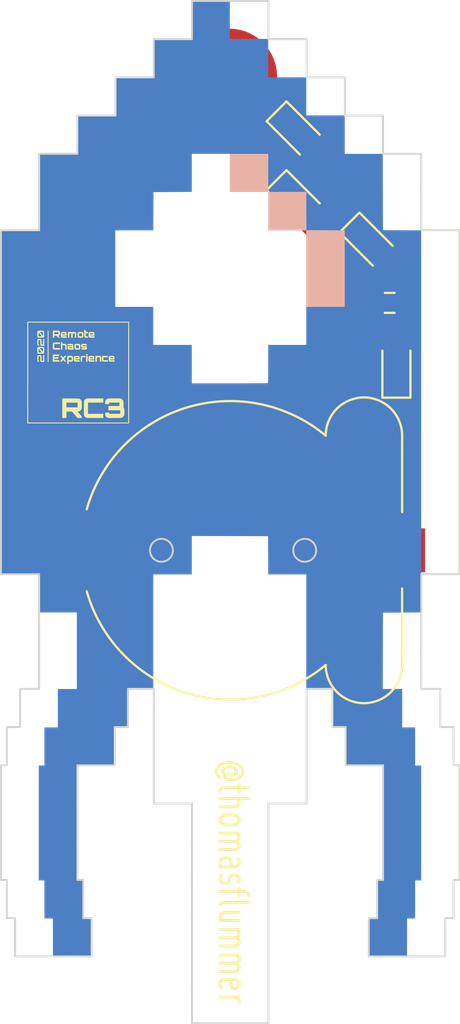
<source format=kicad_pcb>
(kicad_pcb (version 20201116) (generator pcbnew)
  (layers (0 "F.Cu" signal) (31 "B.Cu" signal) (34 "B.Paste" user) (35 "F.Paste" user) (36 "B.SilkS" user "B.Silkscreen") (37 "F.SilkS" user "F.Silkscreen") (38 "B.Mask" user) (39 "F.Mask" user) (44 "Edge.Cuts" user))
  (net 0 "")
  (net 1 "GND")
  (net 2 "VCC")
  (net 3 "Net-(D1-Pad2)")
  (footprint "LED_SMD:LED_0603_1608Metric_Pad1.05x0.95mm_HandSolder" (layer "F.Cu") (at 98.7 87.35 90)
    (fp_text reference "D3" hide)
    (fp_text value "LED")
    (pad "1" smd roundrect (at -0.875 0 90) (size 1.05 0.95) (layers "F.Cu" "F.Paste" "F.Mask") (net 1 "GND"))
    (pad "2" smd roundrect (at 0.875 0 90) (size 1.05 0.95) (layers "F.Cu" "F.Paste" "F.Mask") (net 3 "Net-(D1-Pad2)"))
  )
  (footprint "LOGO" (layer "F.Cu") (at 82.05 87.7)
    (fp_text reference "G***" hide)
    (fp_text value "LOGO" hide)
  )
  (footprint "LED_SMD:LED_0603_1608Metric_Pad1.05x0.95mm_HandSolder" (layer "F.Cu") (at 93.6 75.2 -45)
    (fp_text reference "D1" hide)
    (fp_text value "LED")
    (pad "1" smd roundrect (at -0.875 0 315) (size 1.05 0.95) (layers "F.Cu" "F.Paste" "F.Mask") (net 1 "GND"))
    (pad "2" smd roundrect (at 0.875 0 315) (size 1.05 0.95) (layers "F.Cu" "F.Paste" "F.Mask") (net 3 "Net-(D1-Pad2)"))
  )
  (footprint "Resistor_SMD:R_0603_1608Metric_Pad0.98x0.95mm_HandSolder" (layer "F.Cu") (at 98.35 84.05 180)
    (fp_text reference "R1" hide)
    (fp_text value "R")
    (pad "1" smd roundrect (at -0.9125 0 180) (size 0.975 0.95) (layers "F.Cu" "F.Paste" "F.Mask") (net 2 "VCC"))
    (pad "2" smd roundrect (at 0.9125 0 180) (size 0.975 0.95) (layers "F.Cu" "F.Paste" "F.Mask") (net 3 "Net-(D1-Pad2)"))
  )
  (footprint "Power:CR1220-2" (layer "F.Cu") (at 90 97 90)
    (fp_text reference "BT1" hide)
    (fp_text value "Battery_Cell")
    (fp_circle (center 0 -3.6) (end 0.6 -3.6) (layer "Edge.Cuts") (width 0.1) (fill none))
    (fp_circle (center 0 3.9) (end 0.6 3.9) (layer "Edge.Cuts") (width 0.1) (fill none))
    (pad "1" smd rect (at 0 8 90) (size 2.3 4.4) (layers "F.Cu" "F.Paste" "F.Mask") (net 2 "VCC"))
    (pad "2" smd rect (at 0 -8 90) (size 2.3 4) (layers "F.Cu" "F.Paste" "F.Mask") (net 1 "GND"))
  )
  (footprint "Connectors:SMD_Proto_pad" (layer "F.Cu") (at 89.95 72.2)
    (fp_text reference "REF**" hide)
    (fp_text value "SMD Proto pad" hide)
    (pad "1" smd circle (at 0 0) (size 5 5) (layers "F.Cu" "F.Mask"))
  )
  (footprint "LED_SMD:LED_0603_1608Metric_Pad1.05x0.95mm_HandSolder" (layer "F.Cu") (at 97.418718 81.018718 -45)
    (fp_text reference "D2" hide)
    (fp_text value "LED")
    (pad "1" smd roundrect (at -0.875 0 315) (size 1.05 0.95) (layers "F.Cu" "F.Paste" "F.Mask") (net 1 "GND"))
    (pad "2" smd roundrect (at 0.875 0 315) (size 1.05 0.95) (layers "F.Cu" "F.Paste" "F.Mask") (net 3 "Net-(D1-Pad2)"))
  )
  (footprint "LED_SMD:LED_0603_1608Metric_Pad1.05x0.95mm_HandSolder" (layer "F.Cu") (at 93.6 78.8 -45)
    (fp_text reference "D4" hide)
    (fp_text value "LED")
    (pad "1" smd roundrect (at -0.875 0 315) (size 1.05 0.95) (layers "F.Cu" "F.Paste" "F.Mask") (net 1 "GND"))
    (pad "2" smd roundrect (at 0.875 0 315) (size 1.05 0.95) (layers "F.Cu" "F.Paste" "F.Mask") (net 3 "Net-(D1-Pad2)"))
  )
  (footprint "LOGO" (layer "B.Cu") (at 90 95 180)
    (fp_text reference "G***" hide)
    (fp_text value "LOGO" hide)
    (fp_poly (pts (xy 2.012511 24.76447) (xy 4.025021 24.76447) (xy 4.025021 22.75196) (xy 6.016347 22.75196) (xy 6.016347 20.760634) (xy 8.028857 20.760634) (xy 8.028857 18.748123) (xy 10.019967 18.748123) (xy 10.025372 16.751501) (xy 10.030776 14.754879) (xy 11.031735 14.749375) (xy 12.032694 14.743872) (xy 12.032694 -3.262386) (xy 10.020184 -3.262386) (xy 10.020184 -5.253712) (xy 8.028857 -5.253712) (xy 8.028857 -9.257548) (xy 9.024521 -9.257548) (xy 9.024521 -11.270059) (xy 9.723603 -11.270059) (xy 9.723603 -13.261385) (xy 10.020184 -13.261385) (xy 10.020184 -19.277732) (xy 9.723603 -19.277732) (xy 9.723603 -21.269058) (xy 9.278732 -21.269058) (xy 9.278732 -23.281568) (xy 7.287406 -23.281568) (xy 7.287406 -21.269058) (xy 7.711093 -21.269058) (xy 7.711093 -19.279588) (xy 8.018265 -19.26714) (xy 8.018265 -13.271977) (xy 7.038491 -13.266469) (xy 6.058716 -13.260962) (xy 6.058716 -11.270059) (xy 5.381232 -11.270059) (xy 5.375729 -10.2691) (xy 5.370225 -9.26814) (xy 4.697623 -9.262547) (xy 4.025021 -9.256953) (xy 4.025021 -3.262386) (xy 2.012511 -3.262386) (xy 2.012511 -1.249659) (xy 0.015888 -1.255063) (xy -1.980734 -1.260467) (xy -1.986237 -2.261427) (xy -1.991741 -3.262386) (xy -3.982652 -3.262386) (xy -3.982652 -9.257548) (xy -5.338449 -9.257548) (xy -5.338449 -11.270059) (xy -6.037531 -11.270059) (xy -6.037531 -13.261385) (xy -7.986489 -13.261385) (xy -7.986489 -19.277732) (xy -7.689908 -19.277732) (xy -7.689908 -21.269058) (xy -7.245037 -21.269058) (xy -7.245037 -23.281568) (xy -9.257548 -23.281568) (xy -9.257548 -21.269058) (xy -9.681234 -21.269058) (xy -9.681234 -19.277732) (xy -9.998999 -19.277732) (xy -9.998999 -13.261385) (xy -9.681234 -13.261385) (xy -9.681234 -11.270059) (xy -9.003336 -11.270059) (xy -9.003336 -9.257548) (xy -7.986273 -9.257548) (xy -7.997081 -5.264304) (xy -8.99804 -5.2588) (xy -9.998999 -5.253297) (xy -9.998999 14.743872) (xy -9.923514 14.744287) (xy -3.982652 14.744287) (xy -3.982652 8.749124) (xy -1.991326 8.749124) (xy -1.991326 7.756992) (xy -1.991033 7.555912) (xy -1.990195 7.367896) (xy -1.98887 7.197166) (xy -1.987118 7.047947) (xy -1.984998 6.924461) (xy -1.982569 6.830932) (xy -1.979891 6.771582) (xy -1.977203 6.750736) (xy -1.954439 6.748701) (xy -1.892263 6.746754) (xy -1.793629 6.744916) (xy -1.661493 6.743207) (xy -1.498812 6.741648) (xy -1.308541 6.740261) (xy -1.093635 6.739065) (xy -0.85705 6.738083) (xy -0.601742 6.737335) (xy -0.330667 6.736841) (xy -0.04678 6.736623) (xy 0.024715 6.736614) (xy 2.012511 6.736614) (xy 2.012511 8.749124) (xy 4.025021 8.749124) (xy 4.025021 10.74045) (xy 6.016347 10.74045) (xy 6.016347 14.744287) (xy 4.025436 14.744287) (xy 4.019932 15.745246) (xy 4.014429 16.746205) (xy 3.01347 16.751708) (xy 2.012511 16.757212) (xy 2.012511 18.748123) (xy 0.021184 18.748123) (xy 0.021184 16.756797) (xy -1.991326 16.756797) (xy -1.991326 14.744287) (xy -3.982652 14.744287) (xy -9.923514 14.744287) (xy -8.99804 14.749375) (xy -7.997081 14.754879) (xy -7.986273 18.748123) (xy -5.995163 18.748123) (xy -5.995163 20.760634) (xy -3.982652 20.760634) (xy -3.982652 22.75196) (xy -1.991326 22.75196) (xy -1.991326 24.76447) (xy 0.021184 24.76447) (xy 0.021184 26.755796) (xy 2.012511 26.755796)) (layer "B.Cu") (width 0) (fill solid))
  )
  (footprint "LOGO" (layer "B.Cu") (at 90 95 180)
    (fp_text reference "G***" hide)
    (fp_text value "LOGO" hide)
  )
  (footprint "LOGO" (layer "B.Cu") (at 90 95 180)
    (fp_text reference "G***" hide)
    (fp_text value "LOGO" hide)
  )
  (gr_line (start 93.999993 108.25001) (end 93.999993 106.250003) (layer "Edge.Cuts") (width 0.1))
  (gr_line (start 93.999993 70.250004) (end 91.999986 70.250004) (layer "Edge.Cuts") (width 0.1))
  (gr_line (start 96.0461 106.250003) (end 96.0461 108.25001) (layer "Edge.Cuts") (width 0.1))
  (gr_line (start 78.000001 94.250003) (end 78.000001 96.25001) (layer "Edge.Cuts") (width 0.1))
  (gr_line (start 99.999993 102.25001) (end 99.999993 100.250003) (layer "Edge.Cuts") (width 0.1))
  (gr_line (start 102 94.250003) (end 102 92.249996) (layer "Edge.Cuts") (width 0.1))
  (gr_line (start 81.999993 110.249996) (end 81.999993 108.25001) (layer "Edge.Cuts") (width 0.1))
  (gr_line (start 97.999986 112.250003) (end 97.999986 114.25001) (layer "Edge.Cuts") (width 0.1))
  (gr_line (start 81.999993 76.250004) (end 79.999986 76.250004) (layer "Edge.Cuts") (width 0.1))
  (gr_line (start 102 98.249996) (end 102 96.25001) (layer "Edge.Cuts") (width 0.1))
  (gr_line (start 85.999986 108.25001) (end 85.999986 110.249996) (layer "Edge.Cuts") (width 0.1))
  (gr_line (start 85.999986 70.250004) (end 85.999986 72.250011) (layer "Edge.Cuts") (width 0.1))
  (gr_line (start 101.693322 116.249995) (end 101.693322 114.25001) (layer "Edge.Cuts") (width 0.1))
  (gr_line (start 78.306657 116.249995) (end 78.742225 116.249995) (layer "Edge.Cuts") (width 0.1))
  (gr_line (start 101.693322 108.25001) (end 101.693322 106.250003) (layer "Edge.Cuts") (width 0.1))
  (gr_line (start 102 92.249996) (end 102 90.25001) (layer "Edge.Cuts") (width 0.1))
  (gr_line (start 101.257776 118.250003) (end 101.257776 116.249995) (layer "Edge.Cuts") (width 0.1))
  (gr_line (start 79.999986 102.25001) (end 79.999986 104.249996) (layer "Edge.Cuts") (width 0.1))
  (gr_line (start 102 80.249996) (end 99.999993 80.249996) (layer "Edge.Cuts") (width 0.1))
  (gr_line (start 96 72.250011) (end 93.999993 72.250011) (layer "Edge.Cuts") (width 0.1))
  (gr_line (start 96.0461 108.25001) (end 97.693329 108.25001) (layer "Edge.Cuts") (width 0.1))
  (gr_line (start 97.693329 114.25001) (end 97.693329 116.249995) (layer "Edge.Cuts") (width 0.1))
  (gr_line (start 91.999986 119.749997) (end 91.999986 118.250003) (layer "Edge.Cuts") (width 0.1))
  (gr_line (start 84.647205 106.250003) (end 84.647205 104.249996) (layer "Edge.Cuts") (width 0.1))
  (gr_line (start 99.999993 100.250003) (end 99.999993 98.249996) (layer "Edge.Cuts") (width 0.1))
  (gr_line (start 79.999986 100.250003) (end 79.999986 102.25001) (layer "Edge.Cuts") (width 0.1))
  (gr_line (start 91.999986 110.249996) (end 93.999993 110.249996) (layer "Edge.Cuts") (width 0.1))
  (gr_line (start 78.000001 96.25001) (end 78.000001 98.249996) (layer "Edge.Cuts") (width 0.1))
  (gr_line (start 85.999986 104.249996) (end 85.999986 106.250003) (layer "Edge.Cuts") (width 0.1))
  (gr_line (start 82.742218 118.250003) (end 82.742218 116.249995) (layer "Edge.Cuts") (width 0.1))
  (gr_line (start 87.999993 118.250003) (end 87.999993 119.749997) (layer "Edge.Cuts") (width 0.1))
  (gr_line (start 78.000001 92.249996) (end 78.000001 94.250003) (layer "Edge.Cuts") (width 0.1))
  (gr_line (start 90 121.750004) (end 91.999986 121.750004) (layer "Edge.Cuts") (width 0.1))
  (gr_line (start 87.999993 70.250004) (end 85.999986 70.250004) (layer "Edge.Cuts") (width 0.1))
  (gr_line (start 102 84.250011) (end 102 82.250004) (layer "Edge.Cuts") (width 0.1))
  (gr_line (start 78.000001 108.25001) (end 78.000001 110.249996) (layer "Edge.Cuts") (width 0.1))
  (gr_line (start 82.30665 116.249995) (end 82.30665 114.25001) (layer "Edge.Cuts") (width 0.1))
  (gr_line (start 96 74.249997) (end 96 72.250011) (layer "Edge.Cuts") (width 0.1))
  (gr_line (start 78.742225 116.249995) (end 78.742225 118.250003) (layer "Edge.Cuts") (width 0.1))
  (gr_line (start 82.30665 108.25001) (end 83.953879 108.25001) (layer "Edge.Cuts") (width 0.1))
  (gr_line (start 79.999986 104.249996) (end 78.999983 104.249996) (layer "Edge.Cuts") (width 0.1))
  (gr_line (start 99.999993 76.250004) (end 97.999986 76.250004) (layer "Edge.Cuts") (width 0.1))
  (gr_line (start 78.000001 110.249996) (end 78.000001 112.250003) (layer "Edge.Cuts") (width 0.1))
  (gr_line (start 97.999986 108.25001) (end 97.999986 110.249996) (layer "Edge.Cuts") (width 0.1))
  (gr_line (start 87.999993 114.25001) (end 87.999993 116.249995) (layer "Edge.Cuts") (width 0.1))
  (gr_line (start 99.999993 98.249996) (end 102 98.249996) (layer "Edge.Cuts") (width 0.1))
  (gr_line (start 85.999986 110.249996) (end 87.999993 110.249996) (layer "Edge.Cuts") (width 0.1))
  (gr_line (start 93.999993 104.249996) (end 95.352774 104.249996) (layer "Edge.Cuts") (width 0.1))
  (gr_line (start 79.999986 98.249996) (end 79.999986 100.250003) (layer "Edge.Cuts") (width 0.1))
  (gr_line (start 85.999986 106.250003) (end 85.999986 108.25001) (layer "Edge.Cuts") (width 0.1))
  (gr_line (start 79.999986 80.249996) (end 78.000001 80.249996) (layer "Edge.Cuts") (width 0.1))
  (gr_line (start 79.999986 76.250004) (end 79.999986 78.250011) (layer "Edge.Cuts") (width 0.1))
  (gr_line (start 78.000001 90.25001) (end 78.000001 92.249996) (layer "Edge.Cuts") (width 0.1))
  (gr_line (start 79.999986 78.250011) (end 79.999986 80.249996) (layer "Edge.Cuts") (width 0.1))
  (gr_line (start 102 112.250003) (end 102 110.249996) (layer "Edge.Cuts") (width 0.1))
  (gr_line (start 87.999993 120.25001) (end 87.999993 121.750004) (layer "Edge.Cuts") (width 0.1))
  (gr_line (start 99.999993 80.249996) (end 99.999993 78.250011) (layer "Edge.Cuts") (width 0.1))
  (gr_line (start 78.000001 114.25001) (end 78.306657 114.25001) (layer "Edge.Cuts") (width 0.1))
  (gr_line (start 78.306657 114.25001) (end 78.306657 116.249995) (layer "Edge.Cuts") (width 0.1))
  (gr_line (start 101.693322 114.25001) (end 102 114.25001) (layer "Edge.Cuts") (width 0.1))
  (gr_line (start 93.999993 110.249996) (end 93.999993 108.25001) (layer "Edge.Cuts") (width 0.1))
  (gr_line (start 84 72.250011) (end 84 74.249997) (layer "Edge.Cuts") (width 0.1))
  (gr_line (start 78.999983 104.249996) (end 78.999983 106.250003) (layer "Edge.Cuts") (width 0.1))
  (gr_line (start 91.999986 112.250003) (end 91.999986 110.249996) (layer "Edge.Cuts") (width 0.1))
  (gr_line (start 93.999993 106.250003) (end 93.999993 104.249996) (layer "Edge.Cuts") (width 0.1))
  (gr_line (start 97.999986 114.25001) (end 97.693329 114.25001) (layer "Edge.Cuts") (width 0.1))
  (gr_line (start 84 74.249997) (end 81.999993 74.249997) (layer "Edge.Cuts") (width 0.1))
  (gr_line (start 78.000001 88.250003) (end 78.000001 90.25001) (layer "Edge.Cuts") (width 0.1))
  (gr_line (start 102 114.25001) (end 102 112.250003) (layer "Edge.Cuts") (width 0.1))
  (gr_line (start 95.352774 104.249996) (end 95.352774 106.250003) (layer "Edge.Cuts") (width 0.1))
  (gr_line (start 91.999986 70.250004) (end 91.999986 68.249997) (layer "Edge.Cuts") (width 0.1))
  (gr_line (start 91.999986 116.249995) (end 91.999986 114.25001) (layer "Edge.Cuts") (width 0.1))
  (gr_line (start 81.999993 74.249997) (end 81.999993 76.250004) (layer "Edge.Cuts") (width 0.1))
  (gr_line (start 101.693322 106.250003) (end 100.999996 106.250003) (layer "Edge.Cuts") (width 0.1))
  (gr_line (start 78.000001 112.250003) (end 78.000001 114.25001) (layer "Edge.Cuts") (width 0.1))
  (gr_line (start 87.999993 119.749997) (end 87.999993 120.25001) (layer "Edge.Cuts") (width 0.1))
  (gr_line (start 102 108.25001) (end 101.693322 108.25001) (layer "Edge.Cuts") (width 0.1))
  (gr_line (start 102 86.249996) (end 102 84.250011) (layer "Edge.Cuts") (width 0.1))
  (gr_line (start 78.306657 108.25001) (end 78.000001 108.25001) (layer "Edge.Cuts") (width 0.1))
  (gr_line (start 91.999986 120.25001) (end 91.999986 119.749997) (layer "Edge.Cuts") (width 0.1))
  (gr_line (start 78.306657 106.250003) (end 78.306657 108.25001) (layer "Edge.Cuts") (width 0.1))
  (gr_line (start 78.000001 82.250004) (end 78.000001 84.250011) (layer "Edge.Cuts") (width 0.1))
  (gr_line (start 87.999993 68.249997) (end 87.999993 70.250004) (layer "Edge.Cuts") (width 0.1))
  (gr_line (start 102 88.250003) (end 102 86.249996) (layer "Edge.Cuts") (width 0.1))
  (gr_line (start 90 68.249997) (end 87.999993 68.249997) (layer "Edge.Cuts") (width 0.1))
  (gr_line (start 97.999986 110.249996) (end 97.999986 112.250003) (layer "Edge.Cuts") (width 0.1))
  (gr_line (start 78.742225 118.250003) (end 80.74221 118.250003) (layer "Edge.Cuts") (width 0.1))
  (gr_line (start 102 110.249996) (end 102 108.25001) (layer "Edge.Cuts") (width 0.1))
  (gr_line (start 87.999993 116.249995) (end 87.999993 118.250003) (layer "Edge.Cuts") (width 0.1))
  (gr_line (start 102 90.25001) (end 102 88.250003) (layer "Edge.Cuts") (width 0.1))
  (gr_line (start 102 96.25001) (end 102 94.250003) (layer "Edge.Cuts") (width 0.1))
  (gr_line (start 99.999993 78.250011) (end 99.999993 76.250004) (layer "Edge.Cuts") (width 0.1))
  (gr_line (start 100.999996 104.249996) (end 99.999993 104.249996) (layer "Edge.Cuts") (width 0.1))
  (gr_line (start 81.999993 112.250003) (end 81.999993 110.249996) (layer "Edge.Cuts") (width 0.1))
  (gr_line (start 81.999993 114.25001) (end 81.999993 112.250003) (layer "Edge.Cuts") (width 0.1))
  (gr_line (start 91.999986 68.249997) (end 90 68.249997) (layer "Edge.Cuts") (width 0.1))
  (gr_line (start 97.693329 116.249995) (end 97.257761 116.249995) (layer "Edge.Cuts") (width 0.1))
  (gr_line (start 100.999996 106.250003) (end 100.999996 104.249996) (layer "Edge.Cuts") (width 0.1))
  (gr_line (start 81.999993 108.25001) (end 82.30665 108.25001) (layer "Edge.Cuts") (width 0.1))
  (gr_line (start 97.693329 108.25001) (end 97.999986 108.25001) (layer "Edge.Cuts") (width 0.1))
  (gr_line (start 82.742218 116.249995) (end 82.30665 116.249995) (layer "Edge.Cuts") (width 0.1))
  (gr_line (start 91.999986 118.250003) (end 91.999986 116.249995) (layer "Edge.Cuts") (width 0.1))
  (gr_line (start 82.30665 114.25001) (end 81.999993 114.25001) (layer "Edge.Cuts") (width 0.1))
  (gr_line (start 87.999993 112.250003) (end 87.999993 114.25001) (layer "Edge.Cuts") (width 0.1))
  (gr_line (start 78.000001 84.250011) (end 78.000001 86.249996) (layer "Edge.Cuts") (width 0.1))
  (gr_line (start 85.999986 72.250011) (end 84 72.250011) (layer "Edge.Cuts") (width 0.1))
  (gr_line (start 87.999993 110.249996) (end 87.999993 112.250003) (layer "Edge.Cuts") (width 0.1))
  (gr_line (start 102 82.250004) (end 102 80.249996) (layer "Edge.Cuts") (width 0.1))
  (gr_line (start 99.257769 118.250003) (end 101.257776 118.250003) (layer "Edge.Cuts") (width 0.1))
  (gr_line (start 78.999983 106.250003) (end 78.306657 106.250003) (layer "Edge.Cuts") (width 0.1))
  (gr_line (start 78.000001 98.249996) (end 79.999986 98.249996) (layer "Edge.Cuts") (width 0.1))
  (gr_line (start 78.000001 86.249996) (end 78.000001 88.250003) (layer "Edge.Cuts") (width 0.1))
  (gr_line (start 78.000001 80.249996) (end 78.000001 82.250004) (layer "Edge.Cuts") (width 0.1))
  (gr_line (start 95.352774 106.250003) (end 96.0461 106.250003) (layer "Edge.Cuts") (width 0.1))
  (gr_line (start 87.999993 121.750004) (end 90 121.750004) (layer "Edge.Cuts") (width 0.1))
  (gr_line (start 97.999986 74.249997) (end 96 74.249997) (layer "Edge.Cuts") (width 0.1))
  (gr_line (start 101.257776 116.249995) (end 101.693322 116.249995) (layer "Edge.Cuts") (width 0.1))
  (gr_line (start 97.999986 76.250004) (end 97.999986 74.249997) (layer "Edge.Cuts") (width 0.1))
  (gr_line (start 97.257761 118.250003) (end 99.257769 118.250003) (layer "Edge.Cuts") (width 0.1))
  (gr_line (start 83.953879 108.25001) (end 83.953879 106.250003) (layer "Edge.Cuts") (width 0.1))
  (gr_line (start 91.999986 121.750004) (end 91.999986 120.25001) (layer "Edge.Cuts") (width 0.1))
  (gr_line (start 91.999986 114.25001) (end 91.999986 112.250003) (layer "Edge.Cuts") (width 0.1))
  (gr_line (start 97.257761 116.249995) (end 97.257761 118.250003) (layer "Edge.Cuts") (width 0.1))
  (gr_line (start 93.999993 72.250011) (end 93.999993 70.250004) (layer "Edge.Cuts") (width 0.1))
  (gr_line (start 99.999993 104.249996) (end 99.999993 102.25001) (layer "Edge.Cuts") (width 0.1))
  (gr_line (start 80.74221 118.250003) (end 82.742218 118.250003) (layer "Edge.Cuts") (width 0.1))
  (gr_line (start 84.647205 104.249996) (end 85.999986 104.249996) (layer "Edge.Cuts") (width 0.1))
  (gr_line (start 83.953879 106.250003) (end 84.647205 106.250003) (layer "Edge.Cuts") (width 0.1))
  (gr_text "@thomasflummer" (at 90.15 107.8 270) (layer "F.SilkS") (effects (font (size 1.5 1)) (justify left)))
  (segment (start 92.981282 78.181282) (end 92.2 77.4) (width 0.25) (layer "F.Cu") (net 1))
  (segment (start 92.981282 78.181282) (end 92.981282 79.312666) (width 0.25) (layer "F.Cu") (net 1))
  (segment (start 84.5 94.5) (end 82 97) (width 0.25) (layer "F.Cu") (net 1))
  (segment (start 96.464125 80.735875) (end 96.464125 86.814125) (width 0.25) (layer "F.Cu") (net 1))
  (segment (start 96.464125 86.814125) (end 97.875 88.225) (width 0.25) (layer "F.Cu") (net 1))
  (segment (start 97.875 88.225) (end 98.7 88.225) (width 0.25) (layer "F.Cu") (net 1))
  (segment (start 97.25 94.5) (end 84.5 94.5) (width 0.25) (layer "F.Cu") (net 1))
  (segment (start 98.7 88.225) (end 98.7 93.05) (width 0.25) (layer "F.Cu") (net 1))
  (segment (start 92.981282 79.312666) (end 94.068616 80.4) (width 0.25) (layer "F.Cu") (net 1))
  (segment (start 98.7 93.05) (end 97.25 94.5) (width 0.25) (layer "F.Cu") (net 1))
  (segment (start 92.2 75.362564) (end 92.981282 74.581282) (width 0.25) (layer "F.Cu") (net 1))
  (segment (start 94.068616 80.4) (end 96.8 80.4) (width 0.25) (layer "F.Cu") (net 1))
  (segment (start 92.2 77.4) (end 92.2 75.362564) (width 0.25) (layer "F.Cu") (net 1))
  (segment (start 96.8 80.4) (end 96.464125 80.735875) (width 0.25) (layer "F.Cu") (net 1))
  (segment (start 99.80001 93.94999) (end 99.80001 84.58751) (width 0.25) (layer "F.Cu") (net 2))
  (segment (start 98 95.75) (end 99.80001 93.94999) (width 0.25) (layer "F.Cu") (net 2))
  (segment (start 99.80001 84.58751) (end 99.2625 84.05) (width 0.25) (layer "F.Cu") (net 2))
  (segment (start 98 97) (end 98 95.75) (width 0.25) (layer "F.Cu") (net 2))
  (segment (start 98.7 86.475) (end 97.825 86.475) (width 0.25) (layer "F.Cu") (net 3))
  (segment (start 97.825 86.475) (end 97.4375 86.0875) (width 0.25) (layer "F.Cu") (net 3))
  (segment (start 98.037436 80.506052) (end 95.96882 78.437436) (width 0.25) (layer "F.Cu") (net 3))
  (segment (start 94.218718 75.818718) (end 95.2 76.8) (width 0.25) (layer "F.Cu") (net 3))
  (segment (start 95.2 76.8) (end 95.2 78.437436) (width 0.25) (layer "F.Cu") (net 3))
  (segment (start 95.96882 78.437436) (end 95.2 78.437436) (width 0.25) (layer "F.Cu") (net 3))
  (segment (start 97.4375 86.0875) (end 97.4375 84.05) (width 0.25) (layer "F.Cu") (net 3))
  (segment (start 95.2 78.437436) (end 94.218718 79.418718) (width 0.25) (layer "F.Cu") (net 3))
  (segment (start 97.5 83.9875) (end 97.4375 84.05) (width 0.25) (layer "F.Cu") (net 3))
  (segment (start 98.037436 81.637436) (end 97.5 82.174872) (width 0.25) (layer "F.Cu") (net 3))
  (segment (start 97.5 82.174872) (end 97.5 83.9875) (width 0.25) (layer "F.Cu") (net 3))
  (segment (start 98.037436 81.637436) (end 98.037436 80.506052) (width 0.25) (layer "F.Cu") (net 3))
)
</source>
